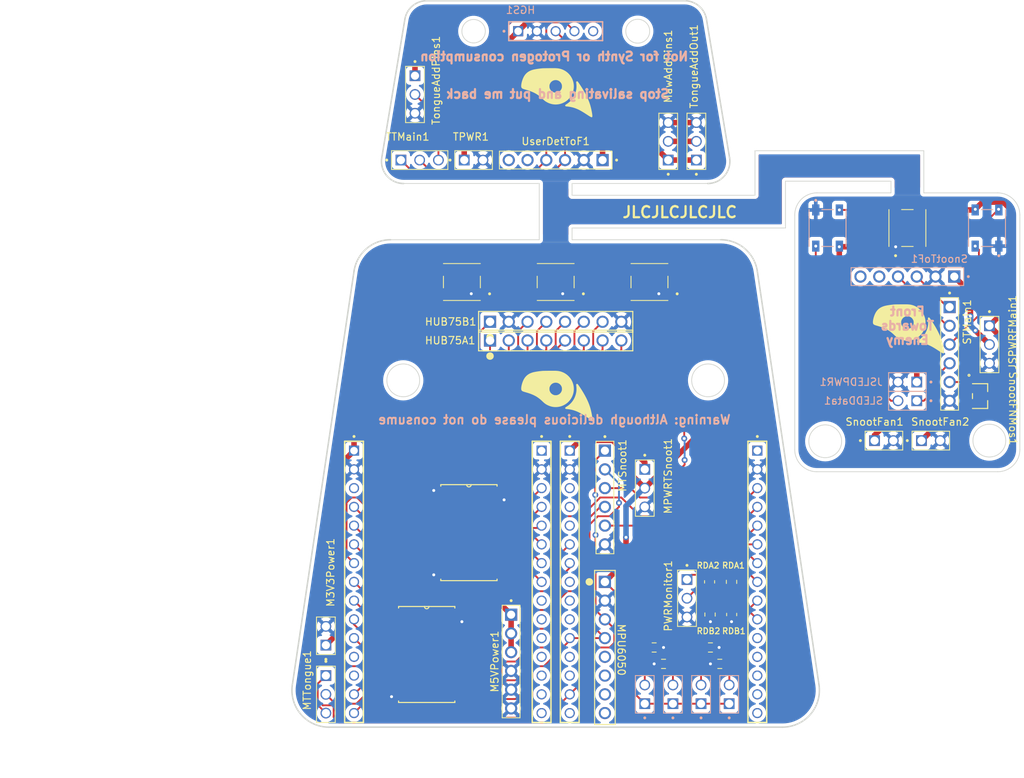
<source format=kicad_pcb>
(kicad_pcb (version 20221018) (generator pcbnew)
  (layers (0 "F.Cu" signal) (31 "B.Cu" signal) (34 "B.Paste" user) (35 "F.Paste" user) (36 "B.SilkS" user "B.Silkscreen") (37 "F.SilkS" user "F.Silkscreen") (38 "B.Mask" user) (39 "F.Mask" user) (44 "Edge.Cuts" user))
  (net 0 "")
  (net 1 "/M3V3")
  (net 2 "GND")
  (net 3 "/HUBR0")
  (net 4 "/HUBG0")
  (net 5 "/HUBB0")
  (net 6 "/MUART0")
  (net 7 "/MUART1")
  (net 8 "/HUBR1")
  (net 9 "/HUBG1")
  (net 10 "/HUBB1")
  (net 11 "/HUBOE")
  (net 14 "/HUBLAT")
  (net 15 "/HUBCLK")
  (net 22 "/MSDA")
  (net 25 "/MSCL")
  (net 28 "/ADDLED")
  (net 29 "/MFAN")
  (net 30 "/DR0")
  (net 31 "/DB0")
  (net 32 "/DR1")
  (net 33 "/DB1")
  (net 39 "/HUBA")
  (net 40 "/HUBB")
  (net 41 "/HUBC")
  (net 42 "/HUBD")
  (net 43 "/HUBE")
  (net 53 "/T3V3")
  (net 54 "/TSCL")
  (net 55 "/TSDA")
  (net 57 "Net-(MainIndi1-DOUT)")
  (net 58 "/MSnootAddLED")
  (net 59 "/M5V")
  (net 60 "Net-(MainIndi2-DOUT)")
  (net 61 "/FADDLED")
  (net 62 "Net-(MawAddPins1-Pad02)")
  (net 63 "/Cell1V")
  (net 68 "Net-(SnootFNMos1-S)")
  (net 69 "/S5V")
  (net 70 "Net-(SnootIndi1-DOUT)")
  (net 71 "/SFAN")
  (net 72 "Net-(SnootIndi2-DOUT)")
  (net 73 "/SnootAddLED")
  (net 74 "/S3V3")
  (net 75 "/SSCL")
  (net 76 "/SSDA")
  (net 79 "/FSnootAddLED")
  (net 80 "/T5V")
  (net 81 "/TADDLED")
  (net 82 "/DA")
  (net 83 "/DC")
  (net 84 "/DCLK")
  (net 85 "/DOE")
  (net 86 "/DG0")
  (net 87 "/DG1")
  (net 88 "/DE")
  (net 89 "/DB")
  (net 92 "/DD")
  (net 93 "/DLAT")
  (net 94 "/ADDLEDV")
  (net 95 "/FSnootAddLEDOut")
  (net 98 "/MPR1")
  (net 99 "/MPR2")
  (net 100 "/MPR3")
  (net 101 "/MPR4")
  (net 102 "/Cell2V")
  (net 103 "/M8.4V")
  (net 104 "/M4.2V")
  (footprint "2024-06-11_08-37-16:CONN8_61300811121_WRE" (layer "F.Cu") (at 133.6675 125.4125 -90)
    (fp_text reference "MPU6050")
    (fp_text value "61300811121")
  )
  (footprint "RC0805FR-0710KL:RESC2012X60N" (layer "F.Cu") (at 147.8425 125.4125 -90)
    (fp_text reference "RDA2")
    (fp_text value "10K")
  )
  (footprint "61300211121:WURTH_61300211121" (layer "F.Cu") (at 95.885 132.715 90)
    (fp_text reference "M3V3Power1")
    (fp_text value "61300211121")
  )
  (footprint "MTSW-115-07-L-S-135:SAMTEC_MTSW-115-07-L-S-135" (layer "F.Cu") (at 154.305 125.4125 90)
    (fp_text reference "ESP32_2R1" hide)
    (fp_text value "MTSW-115-07-L-S-135")
  )
  (footprint "AO3422:SOT23_AOS" (layer "F.Cu") (at 184.4675 100.24 -90)
    (fp_text reference "SnootFNMos1")
    (fp_text value "DMN1019USN-13")
  )
  (footprint "68000-206HLF:AMPHENOL_68000-206HLF" (layer "F.Cu") (at 120.9675 136.2075 -90)
    (fp_text reference "M5VPower1")
    (fp_text value "68000-206HLF")
  )
  (footprint "61300211121:WURTH_61300211121" (layer "F.Cu") (at 171.45 106.2725)
    (fp_text reference "SnootFan1")
    (fp_text value "61300211121")
  )
  (footprint "Logo:Logo" (layer "F.Cu") (at 127.1625 59.22 180)
    (fp_text reference "G***" hide)
    (fp_text value "LOGO" hide)
  )
  (footprint "61300311121:WURTH_61300311121" (layer "F.Cu") (at 142.24 65.7225 90)
    (fp_text reference "MawAddPins1")
    (fp_text value "61300311121")
  )
  (footprint "1655:LED_1655" (layer "F.Cu") (at 127 84.785 180)
    (fp_text reference "MainIndi2" hide)
    (fp_text value "1655")
  )
  (footprint "Logo:Logo" (layer "F.Cu") (at 127.1625 100.22 180)
    (fp_text reference "G***" hide)
    (fp_text value "LOGO" hide)
  )
  (footprint "MTSW-115-07-L-S-135:SAMTEC_MTSW-115-07-L-S-135" (layer "F.Cu") (at 128.905 125.4125 90)
    (fp_text reference "ESP32_2L1" hide)
    (fp_text value "MTSW-115-07-L-S-135")
  )
  (footprint "61300311121:WURTH_61300311121" (layer "F.Cu") (at 95.885 140.6525 -90)
    (fp_text reference "MTTongue1")
    (fp_text value "61300311121")
  )
  (footprint "61300311121:WURTH_61300311121" (layer "F.Cu") (at 144.78 127.635 -90)
    (fp_text reference "PWRMonitor1")
    (fp_text value "61300311121")
  )
  (footprint "1655:LED_1655" (layer "F.Cu") (at 114.3 84.785 180)
    (fp_text reference "MainIndi3" hide)
    (fp_text value "1655")
  )
  (footprint "MTSW-115-07-L-S-135:SAMTEC_MTSW-115-07-L-S-135" (layer "F.Cu") (at 99.695 125.4125 90)
    (fp_text reference "ESP32_1L1" hide)
    (fp_text value "MTSW-115-07-L-S-135")
  )
  (footprint "2024-06-11_08-37-16:CONN8_61300811121_WRE" (layer "F.Cu") (at 118.11 92.71)
    (fp_text reference "HUB75A1")
    (fp_text value "61300811121")
  )
  (footprint "ERJ6ENF2002V:RES_ERJ6ENF2002V" (layer "F.Cu") (at 147.955 134.3025)
    (fp_text reference "PR3" hide)
    (fp_text value "10K")
  )
  (footprint "68000-206HLF:AMPHENOL_68000-206HLF" (layer "F.Cu") (at 180.34 94.525 -90)
    (fp_text reference "STMain1")
    (fp_text value "68000-206HLF")
  )
  (footprint "ERJ6ENF2002V:RES_ERJ6ENF2002V" (layer "F.Cu") (at 141.605 136.525 180)
    (fp_text reference "PR2" hide)
    (fp_text value "10K")
  )
  (footprint "2024-06-11_08-37-16:CONN8_61300811121_WRE" (layer "F.Cu") (at 118.11 90.17)
    (fp_text reference "HUB75B1")
    (fp_text value "61300811121")
  )
  (footprint "61300311121:WURTH_61300311121" (layer "F.Cu") (at 139.065 112.7125 -90)
    (fp_text reference "MPWRTSnoot1")
    (fp_text value "61300311121")
  )
  (footprint "74HC245D_653:SOIC127P1032X265-20N" (layer "F.Cu") (at 109.5375 135.255)
    (fp_text reference "U1" hide)
    (fp_text value "74HC245D_653")
  )
  (footprint "Logo:Logo" (layer "F.Cu") (at 174.7875 91.22 180)
    (fp_text reference "G***" hide)
    (fp_text value "LOGO" hide)
  )
  (footprint "61300211121:WURTH_61300211121" (layer "F.Cu") (at 115.8875 68.2625)
    (fp_text reference "TPWR1")
    (fp_text value "61300211121")
  )
  (footprint "61300311121:WURTH_61300311121" (layer "F.Cu") (at 108.585 68.2625)
    (fp_text reference "TTMain1")
    (fp_text value "61300311121")
  )
  (footprint "RC0805FR-0710KL:RESC2012X60N" (layer "F.Cu") (at 150.8325 129.8375 -90)
    (fp_text reference "RDB1")
    (fp_text value "10K")
  )
  (footprint "74HC245D_653:SOIC127P1032X265-20N" (layer "F.Cu") (at 115.2525 118.745)
    (fp_text reference "U2" hide)
    (fp_text value "74HC245D_653")
  )
  (footprint "68000-206HLF:AMPHENOL_68000-206HLF" (layer "F.Cu") (at 127 68.2625 180)
    (fp_text reference "UserDetToF1")
    (fp_text value "68000-206HLF")
  )
  (footprint "61300311121:WURTH_61300311121" (layer "F.Cu") (at 185.7375 93.255 -90)
    (fp_text reference "JSPWRFMain1")
    (fp_text value "61300311121")
  )
  (footprint "1655:LED_1655" (layer "F.Cu") (at 174.625 77.47 90)
    (fp_text reference "SnootIndi2" hide)
    (fp_text value "1655" hide)
  )
  (footprint "CRCW08055K00JNTA:RESC2012X50N" (layer "F.Cu") (at 150.8125 125.4125 -90)
    (fp_text reference "RDA1")
    (fp_text value "5K")
  )
  (footprint "1655:LED_1655" (layer "F.Cu") (at 139.7 84.785 180)
    (fp_text reference "MainIndi1" hide)
    (fp_text value "1655")
  )
  (footprint "MTSW-115-07-L-S-135:SAMTEC_MTSW-115-07-L-S-135" (layer "F.Cu") (at 125.095 125.4125 90)
    (fp_text reference "ESP32_RL1" hide)
    (fp_text value "MTSW-115-07-L-S-135")
  )
  (footprint "68000-206HLF:AMPHENOL_68000-206HLF" (layer "F.Cu") (at 133.6675 113.9825 -90)
    (fp_text reference "MTSnoot1")
    (fp_text value "68000-206HLF")
  )
  (footprint "ERJ6ENF2002V:RES_ERJ6ENF2002V" (layer "F.Cu") (at 140.335 134.3025)
    (fp_text reference "PR1" hide)
    (fp_text value "10K")
  )
  (footprint "61300311121:WURTH_61300311121" (layer "F.Cu") (at 146.05 65.7225 90)
    (fp_text reference "TongueAddOut1")
    (fp_text value "61300311121")
  )
  (footprint "61300311121:WURTH_61300311121" (layer "F.Cu") (at 107.95 59.3725 -90)
    (fp_text reference "TongueAddPins1")
    (fp_text value "61300311121")
  )
  (footprint "CRCW08055K00JNTA:RESC2012X50N" (layer "F.Cu") (at 147.9025 129.8375 -90)
    (fp_text reference "RDB2")
    (fp_text value "5K")
  )
  (footprint "61300211121:WURTH_61300211121" (layer "F.Cu") (at 177.8 106.2725)
    (fp_text reference "SnootFan2")
    (fp_text value "61300211121")
  )
  (footprint "ERJ6ENF2002V:RES_ERJ6ENF2002V" (layer "F.Cu") (at 149.225 136.525 180)
    (fp_text reference "PR4" hide)
    (fp_text value "10K")
  )
  (footprint "68000-206HLF:AMPHENOL_68000-206HLF" (layer "B.Cu") (at 174.625 84.0475 180)
    (fp_text reference "SnootToF1")
    (fp_text value "68000-206HLF" hide)
  )
  (footprint "61300211121:WURTH_61300211121" (layer "B.Cu") (at 142.875 140.6525 90)
    (fp_text reference "PRP2" hide)
    (fp_text value "61300211121" hide)
  )
  (footprint "1655:LED_1655" (layer "B.Cu") (at 163.8175 77.47 -90)
    (fp_text reference "SnootIndi3" hide)
    (fp_text value "1655" hide)
  )
  (footprint "61300211121:WURTH_61300211121" (layer "B.Cu") (at 139.065 140.6525 90)
    (fp_text reference "PRP1" hide)
    (fp_text value "61300211121" hide)
  )
  (footprint "1655:LED_1655" (layer "B.Cu") (at 185.4075 77.47 90)
    (fp_text reference "SnootIndi1" hide)
    (fp_text value "1655" hide)
  )
  (footprint "61300211121:WURTH_61300211121" (layer "B.Cu") (at 150.495 140.6525 90)
    (fp_text reference "PRP4" hide)
    (fp_text value "61300211121" hide)
  )
  (footprint "TSW-105-07-F-S:SAMTEC_TSW-105-07-F-S" (layer "B.Cu") (at 127 50.8)
    (fp_text reference "HGS1")
    (fp_text value "TSW-105-07-F-S" hide)
  )
  (footprint "61300211121:WURTH_61300211121" (layer "B.Cu") (at 174.625 98.335 180)
    (fp_text reference "JSLEDPWR1")
    (fp_text value "61300211121" hide)
  )
  (footprint "61300211121:WURTH_61300211121" (layer "B.Cu") (at 174.625 100.875 180)
    (fp_text reference "SLEDData1")
    (fp_text value "61300211121" hide)
  )
  (footprint "61300211121:WURTH_61300211121" (layer "B.Cu") (at 146.685 140.6525 90)
    (fp_text reference "PRP3" hide)
    (fp_text value "61300211121" hide)
  )
  (gr_arc (start 149.359966 79.0575) (mid 152.624529 80.270334) (end 154.305343 83.320449) (stroke (width 0.2)) (layer "Edge.Cuts"))
  (gr_line (start 147.420301 49.179303) (end 150.547801 67.944303) (stroke (width 0.2)) (layer "Edge.Cuts"))
  (gr_line (start 153.9875 66.9925) (end 176.8475 66.9925) (stroke (width 0.1)) (layer "Edge.Cuts"))
  (gr_arc (start 186.8525 72.7075) (mid 188.97382 73.58618) (end 189.8525 75.7075) (stroke (width 0.1)) (layer "Edge.Cuts"))
  (gr_circle (center 147.6375 98.1075) (end 147.6375 95.885) (stroke (width 0.1)) (fill none) (layer "Edge.Cuts"))
  (gr_line (start 106.579699 49.179303) (end 103.452199 67.944303) (stroke (width 0.2)) (layer "Edge.Cuts"))
  (gr_circle (center 115.8875 50.8) (end 115.8875 49.2125) (stroke (width 0.1)) (fill none) (layer "Edge.Cuts"))
  (gr_line (start 124.7775 79.0575) (end 104.640034 79.0575) (stroke (width 0.1)) (layer "Edge.Cuts"))
  (gr_line (start 129.2225 73.025) (end 129.2225 71.4375) (stroke (width 0.1)) (layer "Edge.Cuts"))
  (gr_arc (start 106.411381 71.4375) (mid 104.122321 70.376625) (end 103.452199 67.944303) (stroke (width 0.2)) (layer "Edge.Cuts"))
  (gr_line (start 158.115 71.12) (end 172.4025 71.12) (stroke (width 0.1)) (layer "Edge.Cuts"))
  (gr_line (start 96.287918 145.0975) (end 157.712082 145.0975) (stroke (width 0.2)) (layer "Edge.Cuts"))
  (gr_arc (start 162.657459 139.360449) (mid 161.499248 143.362063) (end 157.712082 145.0975) (stroke (width 0.2)) (layer "Edge.Cuts"))
  (gr_circle (center 138.1125 50.8) (end 138.43 49.2125) (stroke (width 0.1)) (fill none) (layer "Edge.Cuts"))
  (gr_line (start 172.4025 72.7075) (end 172.4025 71.12) (stroke (width 0.1)) (layer "Edge.Cuts"))
  (gr_line (start 124.7775 71.4375) (end 124.7775 79.0575) (stroke (width 0.1)) (layer "Edge.Cuts"))
  (gr_arc (start 159.3725 75.7075) (mid 160.25118 73.58618) (end 162.3725 72.7075) (stroke (width 0.1)) (layer "Edge.Cuts"))
  (gr_arc (start 144.461119 46.6725) (mid 146.400244 47.38344) (end 147.420301 49.179303) (stroke (width 0.2)) (layer "Edge.Cuts"))
  (gr_arc (start 162.3725 110.49) (mid 160.25118 109.61132) (end 159.3725 107.49) (stroke (width 0.1)) (layer "Edge.Cuts"))
  (gr_line (start 109.538881 46.6725) (end 144.461119 46.6725) (stroke (width 0.2)) (layer "Edge.Cuts"))
  (gr_circle (center 163.5 106.3625) (end 163.5 104.14) (stroke (width 0.1)) (fill none) (layer "Edge.Cuts"))
  (gr_line (start 129.2225 73.025) (end 153.9875 73.025) (stroke (width 0.1)) (layer "Edge.Cuts"))
  (gr_line (start 129.2225 77.47) (end 158.115 77.47) (stroke (width 0.1)) (layer "Edge.Cuts"))
  (gr_line (start 149.359966 79.0575) (end 129.2225 79.0575) (stroke (width 0.1)) (layer "Edge.Cuts"))
  (gr_line (start 99.694657 83.320449) (end 91.342541 139.360449) (stroke (width 0.2)) (layer "Edge.Cuts"))
  (gr_line (start 176.8475 72.7075) (end 176.8475 66.9925) (stroke (width 0.1)) (layer "Edge.Cuts"))
  (gr_line (start 106.411381 71.4375) (end 124.7775 71.4375) (stroke (width 0.1)) (layer "Edge.Cuts"))
  (gr_arc (start 189.8525 107.49) (mid 188.97382 109.61132) (end 186.8525 110.49) (stroke (width 0.1)) (layer "Edge.Cuts"))
  (gr_arc (start 96.287918 145.0975) (mid 92.500752 143.362063) (end 91.342541 139.360449) (stroke (width 0.2)) (layer "Edge.Cuts"))
  (gr_circle (center 106.3625 98.1075) (end 106.3625 95.885) (stroke (width 0.1)) (fill none) (layer "Edge.Cuts"))
  (gr_line (start 129.2225 77.47) (end 129.2225 79.0575) (stroke (width 0.1)) (layer "Edge.Cuts"))
  (gr_line (start 189.8525 75.7075) (end 189.8525 107.49) (stroke (width 0.1)) (layer "Edge.Cuts"))
  (gr_circle (center 185.725 106.2725) (end 185.725 104.05) (stroke (width 0.1)) (fill none) (layer "Edge.Cuts"))
  (gr_line (start 153.9875 73.025) (end 153.9875 66.9925) (stroke (width 0.1)) (layer "Edge.Cuts"))
  (gr_arc (start 99.694657 83.320449) (mid 101.375471 80.270334) (end 104.640034 79.0575) (stroke (width 0.2)) (layer "Edge.Cuts"))
  (gr_line (start 158.115 77.47) (end 158.115 71.12) (stroke (width 0.1)) (layer "Edge.Cuts"))
  (gr_line (start 186.8525 110.49) (end 162.3725 110.49) (stroke (width 0.1)) (layer "Edge.Cuts"))
  (gr_line (start 159.3725 107.49) (end 159.3725 75.7075) (stroke (width 0.1)) (layer "Edge.Cuts"))
  (gr_line (start 176.8475 72.7075) (end 186.8525 72.7075) (stroke (width 0.1)) (layer "Edge.Cuts"))
  (gr_line (start 154.305343 83.320449) (end 162.657459 139.360449) (stroke (width 0.2)) (layer "Edge.Cuts"))
  (gr_line (start 129.2225 71.4375) (end 147.588619 71.4375) (stroke (width 0.1)) (layer "Edge.Cuts"))
  (gr_arc (start 106.579699 49.179303) (mid 107.599756 47.38344) (end 109.538881 46.6725) (stroke (width 0.2)) (layer "Edge.Cuts"))
  (gr_arc (start 150.547801 67.944303) (mid 149.877679 70.376625) (end 147.588619 71.4375) (stroke (width 0.2)) (layer "Edge.Cuts"))
  (gr_line (start 162.3725 72.7075) (end 172.4025 72.7075) (stroke (width 0.1)) (layer "Edge.Cuts"))
  (gr_text "Not for Synth or Protogen consumption" (at 145.0975 54.9275) (layer "B.SilkS") (effects (font (size 1.2 1.2) (thickness 0.3) bold) (justify left bottom mirror)))
  (gr_text "Front\nTowards\nEnemy" (at 174.625 93.345) (layer "B.SilkS") (effects (font (size 1.2 1.2) (thickness 0.3) bold) (justify bottom mirror)))
  (gr_text "Stop salivating and put me back" (at 142.5575 60.0075) (layer "B.SilkS") (effects (font (size 1.2 1.2) (thickness 0.3) bold) (justify left bottom mirror)))
  (gr_text "Warning: Although delicious please do not consume" (at 150.8125 104.14) (layer "B.SilkS") (effects (font (size 1.2 1.2) (thickness 0.25) bold) (justify left bottom mirror)))
  (gr_text "JLCJLCJLCJLC" (at 135.89 76.2) (layer "F.SilkS") (effects (font (size 1.5 1.5) (thickness 0.3) bold) (justify left bottom)))
  (segment (start 135.5725 138.43) (end 135.5725 127.3175) (width 0.25) (layer "F.Cu") (net 1))
  (segment (start 137.4775 111.125) (end 139.065 112.7125) (width 0.75) (layer "F.Cu") (net 1))
  (segment (start 99.695 92.358413) (end 112.043413 80.01) (width 0.75) (layer "F.Cu") (net 1))
  (segment (start 139.065 141.9225) (end 135.5725 138.43) (width 0.25) (layer "F.Cu") (net 1))
  (segment (start 136.525 122.555) (end 136.525 119.38) (width 0.75) (layer "F.Cu") (net 1))
  (segment (start 99.695 107.6325) (end 97.535 109.7925) (width 0.75) (layer "F.Cu") (net 1))
  (segment (start 151.13 100.6475) (end 139.065 112.7125) (width 0.75) (layer "F.Cu") (net 1))
  (segment (start 130.305 106.2325) (end 134.730674 106.2325) (width 0.75) (layer "F.Cu") (net 1))
  (segment (start 150.495 141.9225) (end 139.065 141.9225) (width 0.25) (layer "F.Cu") (net 1))
  (segment (start 97.535 109.7925) (end 97.535 132.335) (width 0.75) (layer "F.Cu") (net 1))
  (segment (start 151.13 86.36) (end 151.13 100.6475) (width 0.75) (layer "F.Cu") (net 1))
  (segment (start 97.535 132.335) (end 95.885 133.985) (width 0.75) (layer "F.Cu") (net 1))
  (segment (start 99.695 107.6325) (end 99.695 92.358413) (width 0.75) (layer "F.Cu") (net 1))
  (segment (start 128.905 107.6325) (end 130.305 106.2325) (width 0.75) (layer "F.Cu") (net 1))
  (segment (start 144.78 80.01) (end 151.13 86.36) (width 0.75) (layer "F.Cu") (net 1))
  (segment (start 133.6675 125.4125) (end 136.525 122.555) (width 0.75) (layer "F.Cu") (net 1))
  (segment (start 135.5725 127.3175) (end 133.6675 125.4125) (width 0.25) (layer "F.Cu") (net 1))
  (segment (start 112.043413 80.01) (end 144.78 80.01) (width 0.75) (layer "F.Cu") (net 1))
  (segment (start 134.730674 106.2325) (end 137.4775 108.979326) (width 0.75) (layer "F.Cu") (net 1))
  (segment (start 137.4775 108.979326) (end 137.4775 111.125) (width 0.75) (layer "F.Cu") (net 1))
  (via (at 136.525 119.38) (size 0.8) (drill 0.4) (layers "F.Cu" "B.Cu") (net 1))
  (segment (start 136.525 119.38) (end 136.525 115.133359) (width 0.75) (layer "B.Cu") (net 1))
  (segment (start 136.525 115.133359) (end 138.945859 112.7125) (width 0.75) (layer "B.Cu") (net 1))
  (segment (start 138.945859 112.7125) (end 139.065 112.7125) (width 0.75) (layer "B.Cu") (net 1))
  (segment (start 142.15 86.385) (end 140.9825 86.385) (width 0.25) (layer "F.Cu") (net 2))
  (segment (start 110.4773 113.03) (end 110.49 113.03) (width 0.25) (layer "F.Cu") (net 2))
  (segment (start 173.025 79.92) (end 173.025 79.9975) (width 0.25) (layer "F.Cu") (net 2))
  (segment (start 147.9025 130.8375) (end 147.9275 130.8375) (width 0.25) (layer "F.Cu") (net 2))
  (segment (start 127.965 86.385) (end 127.9525 86.3725) (width 0.25) (layer "F.Cu") (net 2))
  (segment (start 104.7623 140.97) (end 104.775 140.97) (width 0.25) (layer "F.Cu") (net 2))
  (segment (start 116.75 86.385) (end 115.5825 86.385) (width 0.25) (layer "F.Cu") (net 2))
  (segment (start 142.24 63.1825) (end 146.05 63.1825) (width 0.75) (layer "F.Cu") (net 2))
  (segment (start 173.025 79.9975) (end 173.0375 80.01) (width 0.25) (layer "F.Cu") (net 2))
  (segment (start 110.4773 124.46) (end 110.49 124.46) (width 0.25) (layer "F.Cu") (net 2))
  (segment (start 114.3127 130.81) (end 114.3 130.81) (width 0.25) (layer "F.Cu") (net 2))
  (segment (start 148.05 136.525) (end 147.955 136.525) (width 0.25) (layer "F.Cu") (net 2))
  (segment (start 141.51 134.3025) (end 141.605 134.3025) (width 0.25) (layer "F.Cu") (net 2))
  (segment (start 140.9825 86.385) (end 140.97 86.3725) (width 0.25) (layer "F.Cu") (net 2))
  (segment (start 149.225 134.3025) (end 149.13 134.3025) (width 0.25) (layer "F.Cu") (net 2))
  (segment (start 140.43 136.525) (end 140.335 136.525) (width 0.25) (layer "F.Cu") (net 2))
  (segment (start 150.83 130.7925) (end 150.8125 130.81) (width 0.25) (layer "F.Cu") (net 2))
  (segment (start 147.9275 130.8375) (end 147.955 130.81) (width 0.25) (layer "F.Cu") (net 2))
  (segment (start 129.45 86.385) (end 127.965 86.385) (width 0.25) (layer "F.Cu") (net 2))
  (segment (start 115.5825 86.385) (end 115.57 86.3725) (width 0.25) (layer "F.Cu") (net 2))
  (segment (start 150.8325 130.7925) (end 150.83 130.7925) (width 0.25) (layer "F.Cu") (net 2))
  (segment (start 120.0277 114.3) (end 120.015 114.3) (width 0.25) (layer "F.Cu") (net 2))
  (via (at 114.3 130.81) (size 0.8) (drill 0.4) (layers "F.Cu" "B.Cu") (net 2))
  (via (at 140.97 86.3725) (size 0.8) (drill 0.4) (layers "F.Cu" "B.Cu") (net 2))
  (via (at 127.9525 86.3725) (size 0.8) (drill 0.4) (layers "F.Cu" "B.Cu") (net 2))
  (via (at 110.49 124.46) (size 0.8) (drill 0.4) (layers "F.Cu" "B.Cu") (net 2))
  (via (at 149.13 134.3025) (size 0.8) (drill 0.4) (layers "F.Cu" "B.Cu") (net 2))
  (via (at 104.775 140.97) (size 0.8) (drill 0.4) (layers "F.Cu" "B.Cu") (net 2))
  (via (at 150.8125 130.81) (size 0.8) (drill 0.4) (layers "F.Cu" "B.Cu") (net 2))
  (via (at 141.605 134.3025) (size 0.8) (drill 0.4) (layers "F.Cu" "B.Cu") (net 2))
  (via (at 140.335 136.525) (size 0.8) (drill 0.4) (layers "F.Cu" "B.Cu") (net 2))
  (via (at 173.0375 80.01) (size 0.8) (drill 0.4) (layers "F.Cu" "B.Cu") (net 2))
  (via (at 147.955 136.525) (size 0.8) (drill 0.4) (layers "F.Cu" "B.Cu") (net 2))
  (via (at 110.49 113.03) (size 0.8) (drill 0.4) (layers "F.Cu" "B.Cu") (net 2))
  (via (at 147.955 130.81) (size 0.8) (drill 0.4) (layers "F.Cu" "B.Cu") (net 2))
  (via (at 120.015 114.3) (size 0.8) (drill 0.4) (layers "F.Cu" "B.Cu") (net 2))
  (via (at 115.57 86.3725) (size 0.8) (drill 0.4) (layers "F.Cu" "B.Cu") (net 2))
  (segment (start 122.8725 120.65) (end 125.095 122.8725) (width 0.25) (layer "F.Cu") (net 3))
  (segment (start 120.0277 120.65) (end 122.8725 120.65) (width 0.25) (layer "F.Cu") (net 3))
  (segment (start 121.6025 121.92) (end 125.095 125.4125) (width 0.25) (layer "F.Cu") (net 4))
  (segment (start 125.095 125.4125) (end 124.93625 125.25375) (width 0.25) (layer "F.Cu") (net 4))
  (segment (start 120.0277 121.92) (end 121.6025 121.92) (width 0.25) (layer "F.Cu") (net 4))
  (segment (start 120.0277 119.38) (end 124.1425 119.38) (width 0.25) (layer "F.Cu") (net 5))
  (segment (start 124.1425 119.38) (end 125.095 120.3325) (width 0.25) (layer "F.Cu") (net 5))
  (segment (start 122.925 137.425) (end 122.925 132.6625) (width 0.25) (layer "F.Cu") (net 6))
  (segment (start 116.7075 142.3725) (end 120.3325 138.7475) (width 0.25) (layer "F.Cu") (net 6))
  (segment (start 102.055 131.00072) (end 103.76928 132.715) (width 0.25) (layer "F.Cu") (net 6))
  (segment (start 127.635 124.7775) (end 128.905 123.5075) (width 0.25) (layer "F.Cu") (net 6))
  (segment (start 102.055 122.6925) (end 102.055 131.00072) (width 0.25) (layer "F.Cu") (net 6))
  (segment (start 111.4425 138.40218) (end 111.4425 140.97) (width 0.25) (layer "F.Cu") (net 6))
  (segment (start 127.185 127.448604) (end 127.635 126.998604) (width 0.25) (layer "F.Cu") (net 6))
  (segment (start 127.635 126.998604) (end 127.635 124.7775) (width 0.25) (layer "F.Cu") (net 6))
  (segment (start 126.0475 131.7625) (end 127.185 130.625) (width 0.25) (layer "F.Cu") (net 6))
  (segment (start 120.3325 138.7475) (end 121.6025 138.7475) (width 0.25) (layer "F.Cu") (net 6))
  (segment (start 103.76928 132.715) (end 105.75532 132.715) (width 0.25) (layer "F.Cu") (net 6))
  (segment (start 105.75532 132.715) (end 111.4425 138.40218) (width 0.25) (layer "F.Cu") (net 6))
  (segment (start 122.925 132.6625) (end 123.825 131.7625) (width 0.25) (layer "F.Cu") (net 6))
  (segment (start 99.695 120.3325) (end 102.055 122.6925) (width 0.25) (layer "F.Cu") (net 6))
  (segment (start 128.905 123.5075) (end 128.905 122.8725) (width 0.25) (layer "F.Cu") (net 6))
  (segment (start 123.825 131.7625) (end 126.0475 131.7625) (width 0.25) (layer "F.Cu") (net 6))
  (segment (start 112.845 142.3725) (end 116.7075 142.3725) (width 0.25) (layer "F.Cu") (net 6))
  (segment (start 121.6025 138.7475) (end 122.925 137.425) (width 0.25) (layer "F.Cu") (net 6))
  (segment (start 111.4425 140.97) (end 112.845 142.3725) (width 0.25) (layer "F.Cu") (net 6))
  (segment (start 127.185 130.625) (end 127.185 127.448604) (width 0.25) (layer "F.Cu") (net 6))
  (segment (start 119.6975 136.8425) (end 120.3325 136.2075) (width 0.25) (layer "F.Cu") (net 7))
  (segment (start 103.4525 129.85822) (end 103.72598 130.1317) (width 0.25) (layer "F.Cu") (net 7))
  (segment (start 99.695 122.8725) (end 98.685 121.8625) (width 0.25) (layer "F.Cu") (net 7))
  (segment (start 119.6975 138.746802) (end 119.6975 136.8425) (width 0.25) (layer "F.Cu") (net 7))
  (segment (start 111.8925 140.783604) (end 113.031396 141.9225) (width 0.25) (layer "F.Cu") (net 7))
  (segment (start 122.475 130.255) (end 123.5075 129.2225) (width 0.25) (layer "F.Cu") (net 7))
  (segment (start 126.735 128.535) (end 126.735 127.262208) (width 0.25) (layer "F.Cu") (net 7))
  (segment (start 99.3775 113.9825) (end 100.090794 113.9825) (width 0.25) (layer "F.Cu") (net 7))
  (segment (start 111.8925 136.0225) (end 111.8925 140.783604) (width 0.25) (layer "F.Cu") (net 7))
  (segment (start 100.090794 113.9825) (end 103.4525 117.344206) (width 0.25) (layer "F.Cu") (net 7))
  (segment (start 121.621124 136.2075) (end 122.475 135.353624) (width 0.25) (layer "F.Cu") (net 7))
  (segment (start 106.0017 130.1317) (end 111.8925 136.0225) (width 0.25) (layer "F.Cu") (net 7))
  (segment (start 127.185 122.0525) (end 128.905 120.3325) (width 0.25) (layer "F.Cu") (net 7))
  (segment (start 98.685 114.675) (end 99.3775 113.9825) (width 0.25) (layer "F.Cu") (net 7))
  (segment (start 127.185 126.812208) (end 127.185 122.0525) (width 0.25) (layer "F.Cu") (net 7))
  (segment (start 103.4525 117.344206) (end 103.4525 129.85822) (width 0.25) (layer "F.Cu") (net 7))
  (segment (start 123.5075 129.2225) (end 126.0475 129.2225) (width 0.25) (layer "F.Cu") (net 7))
  (segment (start 116.521802 141.9225) (end 119.6975 138.746802) (width 0.25) (layer "F.Cu") (net 7))
  (segment (start 126.735 127.262208) (end 127.185 126.812208) (width 0.25) (layer "F.Cu") (net 7))
  (segment (start 126.0475 129.2225) (end 126.735 128.535) (width 0.25) (layer "F.Cu") (net 7))
  (segment (start 113.031396 141.9225) (end 116.521802 141.9225) (width 0.25) (layer "F.Cu") (net 7))
  (segment (start 120.3325 136.2075) (end 121.621124 136.2075) (width 0.25) (layer "F.Cu") (net 7))
  (segment (start 122.475 135.353624) (end 122.475 130.255) (width 0.25) (layer "F.Cu") (net 7))
  (segment (start 98.685 121.8625) (end 98.685 114.675) (width 0.25) (layer "F.Cu") (net 7))
  (segment (start 103.72598 130.1317) (end 106.0017 130.1317) (width 0.25) (layer "F.Cu") (net 7))
  (segment (start 123.5075 116.84) (end 120.0277 116.84) (width 0.25) (layer "F.Cu") (net 8))
  (segment (start 125.095 115.2525) (end 123.5075 116.84) (width 0.25) (layer "F.Cu") (net 8))
  (segment (start 120.0277 118.11) (end 124.7775 118.11) (width 0.25) (layer "F.Cu") (net 9))
  (segment (start 124.7775 118.11) (end 125.095 117.7925) (width 0.25) (layer "F.Cu") (net 9))
  (segment (start 99.695 125.4125) (end 101.605 127.3225) (width 0.25) (layer "F.Cu") (net 10))
  (segment (start 101.605 127.3225) (end 101.605 131.43095) (width 0.25) (layer "F.Cu") (net 10))
  (segment (start 101.605 131.43095) (end 103.52405 133.35) (width 0.25) (layer "F.Cu") (net 10))
  (segment (start 103.52405 133.35) (end 104.7623 133.35) (width 0.25) (layer "F.Cu") (net 10))
  (segment (start 103.1875 139.7) (end 104.7623 139.7) (width 0.25) (layer "F.Cu") (net 11))
  (segment (start 99.695 143.1925) (end 103.1875 139.7) (width 0.25) (layer "F.Cu") (net 11))
  (segment (start 99.695 133.0325) (end 103.8225 137.16) (width 0.25) (layer "F.Cu") (net 14))
  (segment (start 103.8225 137.16) (end 104.7623 137.16) (width 0.25) (layer "F.Cu") (net 14))
  (segment (start 99.695 140.6525) (end 101.9175 138.43) (width 0.25) (layer "F.Cu") (net 15))
  (segment (start 101.9175 138.43) (end 104.7623 138.43) (width 0.25) (layer "F.Cu") (net 15))
  (segment (start 112.7125 143.8275) (end 107.95 139.065) (width 0.25) (layer "F.Cu") (net 22))
  (segment (start 121.621124 143.8275) (end 112.7125 143.8275) (width 0.25) (layer "F.Cu") (net 22))
  (segment (start 133.6675 133.0325) (end 131.5775 130.9425) (width 0.25) (layer "F.Cu") (net 22))
  (segment (start 125.4125 136.8425) (end 124.46 136.8425) (width 0.25) (layer "F.Cu") (net 22))
  (segment (start 132.715 116.5225) (end 134.3025 116.5225) (width 0.25) (layer "F.Cu") (net 22))
  (segment (start 128.905 133.0325) (end 128.905 133.35) (width 0.25) (layer "F.Cu") (net 22))
  (segment (start 131.5775 117.66) (end 132.715 116.5225) (width 0.25) (layer "F.Cu") (net 22))
  (segment (start 97.155 141.9225) (end 95.885 140.6525) (width 0.25) (layer "F.Cu") (net 22))
  (segment (start 128.905 133.35) (end 125.4125 136.8425) (width 0.25) (layer "F.Cu") (net 22))
  (segment (start 123.825 141.623624) (end 121.621124 143.8275) (width 0.25) (layer "F.Cu") (net 22))
  (segment (start 131.5775 130.9425) (end 131.5775 117.66) (width 0.25) (layer "F.Cu") (net 22))
  (segment (start 100.0125 141.9225) (end 97.155 141.9225) (width 0.25) (layer "F.Cu") (net 22))
  (segment (start 134.3025 116.5225) (end 135.5725 115.2525) (width 0.25) (layer "F.Cu") (net 22))
  (segment (start 102.87 139.065) (end 100.0125 141.9225) (width 0.25) (layer "F.Cu") (net 22))
  (segment (start 124.46 136.8425) (end 123.825 137.4775) (width 0.25) (layer "F.Cu") (net 22))
  (segment (start 107.95 139.065) (end 102.87 139.065) (width 0.25) (layer "F.Cu") (net 22))
  (segment (start 123.825 137.4775) (end 123.825 141.623624) (width 0.25) (layer "F.Cu") (net 22))
  (segment (start 133.6675 133.0325) (end 128.905 133.0325) (width 0.25) (layer "F.Cu") (net 22))
  (segment (start 135.5725 115.2525) (end 135.5725 114.707) (width 0.25) (layer "F.Cu") (net 22))
  (via (at 135.5725 114.707) (size 0.8) (drill 0.4) (layers "F.Cu" "B.Cu") (net 22))
  (segment (start 135.5725 114.707) (end 135.5725 112.0775) (width 0.25) (layer "B.Cu") (net 22))
  (segment (start 135.5725 112.0775) (end 133.6675 110.1725) (width 0.25) (layer "B.Cu") (net 22))
  (segment (start 132.361451 108.938549) (end 133.6675 107.6325) (width 0.25) (layer "F.Cu") (net 25))
  (segment (start 97.6775 144.4725) (end 125.72 144.4725) (width 0.25) (layer "F.Cu") (net 25))
  (segment (start 127 143.1925) (end 127 142.5575) (width 0.25) (layer "F.Cu") (net 25))
  (segment (start 134.9375 133.6675) (end 134.3025 134.3025) (width 0.25) (layer "F.Cu") (net 25))
  (segment (start 130.4925 139.065) (end 128.905 140.6525) (width 0.25) (layer "F.Cu") (net 25))
  (segment (start 132.3975 120.9675) (end 132.3975 119.0625) (width 0.25) (layer "F.Cu") (net 25))
  (segment (start 134.3025 134.3025) (end 132.715 134.3025) (width 0.25) (layer "F.Cu") (net 25))
  (segment (start 132.361451 113.628951) (end 132.361451 108.938549) (width 0.25) (layer "F.Cu") (net 25))
  (segment (start 132.3975 129.2225) (end 132.3975 120.9675) (width 0.25) (layer "F.Cu") (net 25))
  (segment (start 125.72 144.4725) (end 127 143.1925) (width 0.25) (layer "F.Cu") (net 25))
  (segment (start 95.885 138.1125) (end 94.774448 139.223052) (width 0.25) (layer "F.Cu") (net 25))
  (segment (start 95.471396 142.1425) (end 96.72 142.1425) (width 0.25) (layer "F.Cu") (net 25))
  (segment (start 130.4925 136.525) (end 130.4925 139.065) (width 0.25) (layer "F.Cu") (net 25))
  (segment (start 94.774448 141.445552) (end 95.471396 142.1425) (width 0.25) (layer "F.Cu") (net 25))
  (segment (start 134.9375 131.7625) (end 134.9375 133.6675) (width 0.25) (layer "F.Cu") (net 25))
  (segment (start 133.6675 130.4925) (end 134.9375 131.7625) (width 0.25) (layer "F.Cu") (net 25))
  (segment (start 127 142.5575) (end 128.905 140.6525) (width 0.25) (layer "F.Cu") (net 25))
  (segment (start 96.935 142.3575) (end 96.935 143.73) (width 0.25) (layer "F.Cu") (net 25))
  (segment (start 133.6675 130.4925) (end 132.3975 129.2225) (width 0.25) (layer "F.Cu") (net 25))
  (segment (start 94.774448 139.223052) (end 94.774448 141.445552) (width 0.25) (layer "F.Cu") (net 25))
  (segment (start 96.72 142.1425) (end 96.935 142.3575) (width 0.25) (layer "F.Cu") (net 25))
  (segment (start 132.715 134.3025) (end 130.4925 136.525) (width 0.25) (layer "F.Cu") (net 25))
  (segment (start 96.935 143.73) (end 97.6775 144.4725) (width 0.25) (layer "F.Cu") (net 25))
  (via (at 132.3975 119.0625) (size 0.8) (drill 0.4) (layers "F.Cu" "B.Cu") (net 25))
  (via (at 132.361451 113.628951) (size 0.8) (drill 0.4) (layers "F.Cu" "B.Cu") (net 25))
  (segment (start 132.3975 119.0625) (end 132.3975 114.3) (width 0.25) (layer "B.Cu") (net 25))
  (segment (start 132.3975 113.665) (end 132.361451 113.628951) (width 0.25) (layer "B.Cu") (net 25))
  (segment (start 132.3975 114.3) (end 132.3975 113.665) (width 0.25) (layer "B.Cu") (net 25))
  (segment (start 126.365 118.4275) (end 128.27 116.5225) (width 0.25) (layer "F.Cu") (net 28))
  (segment (start 128.27 116.5225) (end 130.4925 116.5225) (width 0.25) (layer "F.Cu") (net 28))
  (segment (start 120.9675 123.19) (end 124.46 126.6825) (width 0.25) (layer "F.Cu") (net 28))
  (segment (start 130.4925 116.5225) (end 133.033 113.982) (width 0.25) (layer "F.Cu") (net 28))
  (segment (start 126.365 126.0475) (end 126.365 118.4275) (width 0.25) (layer "F.Cu") (net 28))
  (segment (start 138.43 116.5225) (end 150.495 116.5225) (width 0.25) (layer "F.Cu") (net 28))
  (segment (start 124.46 126.6825) (end 125.73 126.6825) (width 0.25) (layer "F.Cu") (net 28))
  (segment (start 135.8895 113.982) (end 138.43 116.5225) (width 0.25) (layer "F.Cu") (net 28))
  (segment (start 125.73 126.6825) (end 126.365 126.0475) (width 0.25) (layer "F.Cu") (net 28))
  (segment (start 133.033 113.982) (end 135.8895 113.982) (width 0.25) (layer "F.Cu") (net 28))
  (segment (start 150.495 116.5225) (end 154.305 112.7125) (width 0.25) (layer "F.Cu") (net 28))
  (segment (start 120.0277 123.19) (end 120.9675 123.19) (width 0.25) (layer "F.Cu") (net 28))
  (segment (start 151.765 117.7925) (end 133.6675 117.7925) (width 0.25) (layer "F.Cu") (net 29))
  (segment (start 154.305 115.2525) (end 151.765 117.7925) (width 0.25) (layer "F.Cu") (net 29))
  (segment (start 109.5756 119.38) (end 107.42 117.2244) (width 0.25) (layer "F.Cu") (net 30))
  (segment (start 118.11 98.415228) (end 118.11 92.71) (width 0.25) (layer "F.Cu") (net 30))
  (segment (start 107.42 117.2244) (end 107.42 109.105228) (width 0.25) (layer "F.Cu") (net 30))
  (segment (start 107.42 109.105228) (end 118.11 98.415228) (width 0.25) (layer "F.Cu") (net 30))
  (segment (start 110.4773 119.38) (end 109.5756 119.38) (width 0.25) (layer "F.Cu") (net 30))
  (segment (start 107.87 116.4044) (end 109.5756 118.11) (width 0.25) (layer "F.Cu") (net 31))
  (segment (start 120.65 96.511624) (end 107.87 109.291624) (width 0.25) (layer "F.Cu") (net 31))
  (segment (start 109.5756 118.11) (end 110.4773 118.11) (width 0.25) (layer "F.Cu") (net 31))
  (segment (start 107.87 109.291624) (end 107.87 116.4044) (width 0.25) (layer "F.Cu") (net 31))
  (segment (start 120.65 92.71) (end 120.65 96.511624) (width 0.25) (layer "F.Cu") (net 31))
  (segment (start 108.77 109.664416) (end 123.19 95.244416) (width 0.25) (layer "F.Cu") (net 32))
  (segment (start 110.4773 115.57) (end 109.5756 115.57) (width 0.25) (layer "F.Cu") (net 32))
  (segment (start 108.77 114.7644) (end 108.77 109.664416) (width 0.25) (layer "F.Cu") (net 32))
  (segment (start 123.19 95.244416) (end 123.19 92.71) (width 0.25) (layer "F.Cu") (net 32))
  (segment (start 109.5756 115.57) (end 108.77 114.7644) (width 0.25) (layer "F.Cu") (net 32))
  (segment (start 125.73 93.977208) (end 112.0775 107.629708) (width 0.25) (layer "F.Cu") (net 33))
  (segment (start 112.0775 132.74282) (end 113.95468 134.62) (width 0.25) (layer "F.Cu") (net 33))
  (segment (start 112.0775 107.629708) (end 112.0775 132.74282) (width 0.25) (layer "F.Cu") (net 33))
  (segment (start 125.73 92.71) (end 125.73 93.977208) (width 0.25) (layer "F.Cu") (net 33))
  (segment (start 113.95468 134.62) (end 114.3127 134.62) (width 0.25) (layer "F.Cu") (net 33))
  (segment (start 103.505 130.81) (end 103.0025 130.3075) (width 0.25) (layer "F.Cu") (net 39))
  (segment (start 103.0025 130.3075) (end 103.0025 118.56) (width 0.25) (layer "F.Cu") (net 39))
  (segment (start 104.7623 130.81) (end 103.505 130.81) (width 0.25) (layer "F.Cu") (net 39))
  (segment (start 103.0025 118.56) (end 99.695 115.2525) (width 0.25) (layer "F.Cu") (net 39))
  (segment (start 103.8606 132.08) (end 104.7623 132.08) (width 0.25) (layer "F.Cu") (net 40))
  (segment (start 102.5525 120.65) (end 102.5525 130.7719) (width 0.25) (layer "F.Cu") (net 40))
  (segment (start 99.695 117.7925) (end 102.5525 120.65) (width 0.25) (layer "F.Cu") (net 40))
  (segment (start 102.5525 130.7719) (end 103.8606 132.08) (width 0.25) (layer "F.Cu") (net 40))
  (segment (start 99.695 131.18072) (end 104.40428 135.89) (width 0.25) (layer "F.Cu") (net 41))
  (segment (start 99.695 130.4925) (end 99.695 131.18072) (width 0.25) (layer "F.Cu") (net 41))
  (segment (start 104.40428 135.89) (end 104.7623 135.89) (width 0.25) (layer "F.Cu") (net 41))
  (segment (start 101.155 129.4125) (end 101.155 131.635) (width 0.25) (layer "F.Cu") (net 42))
  (segment (start 104.14 134.62) (end 104.7623 134.62) (width 0.25) (layer "F.Cu") (net 42))
  (segment (start 101.155 131.635) (end 104.14 134.62) (width 0.25) (layer "F.Cu") (net 42))
  (segment (start 99.695 127.9525) (end 101.155 129.4125) (width 0.25) (layer "F.Cu") (net 42))
  (segment (start 120.0277 115.57) (end 122.2375 115.57) (width 0.25) (layer "F.Cu") (net 43))
  (segment (start 122.2375 115.57) (end 125.095 112.7125) (width 0.25) (layer "F.Cu") (net 43))
  (segment (start 121.92 50.8) (end 114.6175 58.1025) (width 0.75) (layer "F.Cu") (net 53))
  (segment (start 114.6175 58.1025) (end 114.6175 68.2625) (width 0.75) (layer "F.Cu") (net 53))
  (segment (start 133.985 50.165) (end 133.985 52.07) (width 0.75) (layer "F.Cu") (net 53))
  (segment (start 133.985 52.07) (end 133.35 52.705) (width 0.75) (layer "F.Cu") (net 53))
  (segment (start 132.715 48.895) (end 133.985 50.165) (width 0.75) (layer "F.Cu") (net 53))
  (segment (start 123.825 48.895) (end 132.715 48.895) (width 0.75) (layer "F.Cu") (net 53))
  (segment (start 121.92 50.8) (end 123.825 48.895) (width 0.75) (layer "F.Cu") (net 53))
  (segment (start 133.35 52.705) (end 133.35 68.2625) (width 0.75) (layer "F.Cu") (net 53))
  (segment (start 126.365 70.1675) (end 107.95 70.1675) (width 0.25) (layer "F.Cu") (net 54))
  (segment (start 128.27 68.2625) (end 126.365 70.1675) (width 0.25) (layer "F.Cu") (net 54))
  (segment (start 128.27 52.07) (end 128.27 68.2625) (width 0.25) (layer "F.Cu") (net 54))
  (segment (start 127 50.8) (end 128.27 52.07) (width 0.25) (layer "F.Cu") (net 54))
  (segment (start 107.95 70.1675) (end 106.045 68.2625) (width 0.25) (layer "F.Cu") (net 54))
  (segment (start 128.335 49.595) (end 126.380456 49.595) (width 0.25) (layer "F.Cu") (net 55))
  (segment (start 110.04 69.7175) (end 108.585 68.2625) (width 0.25) (layer "F.Cu") (net 55))
  (segment (start 129.54 50.8) (end 128.335 49.595) (width 0.25) (layer "F.Cu") (net 55))
  (segment (start 126.380456 49.595) (end 125.73 50.245456) (width 0.25) (layer "F.Cu") (net 55))
  (segment (start 125.73 50.245456) (end 125.73 68.2625) (width 0.25) (layer "F.Cu") (net 55))
  (segment (start 124.275 69.7175) (end 110.04 69.7175) (width 0.25) (layer "F.Cu") (net 55))
  (segment (start 125.73 68.2625) (end 124.275 69.7175) (width 0.25) (layer "F.Cu") (net 55))
  (segment (start 134.05 83.185) (end 137.25 86.385) (width 0.25) (layer "F.Cu") (net 57))
  (segment (start 129.45 83.185) (end 134.05 83.185) (width 0.25) (layer "F.Cu") (net 57))
  (segment (start 142.863123 80.845) (end 144.408424 82.3903) (width 0.25) (layer "F.Cu") (net 58))
  (segment (start 110.775 82.268363) (end 112.198363 80.845) (width 0.25) (layer "F.Cu") (net 58))
  (segment (start 112.198363 80.845) (end 142.863123 80.845) (width 0.25) (layer "F.Cu") (net 58))
  (segment (start 140.0175 113.9825) (end 144.4625 109.5375) (width 0.25) (layer "F.Cu") (net 58))
  (segment (start 144.408424 82.3903) (end 144.408424 105.990924) (width 0.25) (layer "F.Cu") (net 58))
  (segment (start 137.146522 112.7125) (end 138.416522 113.9825) (width 0.25) (layer "F.Cu") (net 58))
  (segment (start 133.6675 112.7125) (end 137.146522 112.7125) (width 0.25) (layer "F.Cu") (net 58))
  (segment (start 110.775 85.31) (end 110.775 82.268363) (width 0.25) (layer "F.Cu") (net 58))
  (segment (start 111.85 86.385) (end 110.775 85.31) (width 0.25) (layer "F.Cu") (net 58))
  (segment (start 138.416522 113.9825) (end 140.0175 113.9825) (width 0.25) (layer "F.Cu") (net 58))
  (segment (start 144.4625 109.5375) (end 144.4625 108.9025) (width 0.25) (layer "F.Cu") (net 58))
  (via (at 144.4625 108.9025) (size 0.8) (drill 0.4) (layers "F.Cu" "B.Cu") (net 58))
  (via (at 144.408424 105.990924) (size 0.8) (drill 0.4) (layers "F.Cu" "B.Cu") (net 58))
  (segment (start 144.4625 107.315) (end 144.4625 108.9025) (width 0.25) (layer "B.Cu") (net 58))
  (segment (start 144.4625 106.045) (end 144.4625 107.315) (width 0.25) (layer "B.Cu") (net 58))
  (segment (start 144.408424 105.990924) (end 144.4625 106.045) (width 0.25) (layer "B.Cu") (net 58))
  (segment (start 139.065 110.1725) (end 139.065 109.223324) (width 0.75) (layer "F.Cu") (net 59))
  (segment (start 143.475 96.931676) (end 143.475 82.446826) (width 0.75) (layer "F.Cu") (net 59))
  (segment (start 113.49 81.545) (end 122.91 81.545) (width 0.75) (layer "F.Cu") (net 59))
  (segment (start 118.551 113.224) (end 118.551 113.665) (width 0.75) (layer "F.Cu") (net 59))
  (segment (start 124.55 82.2) (end 124.46 82.11) (width 0.75) (layer "F.Cu") (net 59))
  (segment (start 123.475 82.11) (end 123.4 82.035) (width 0.75) (layer "F.Cu") (net 59))
  (segment (start 143.475 82.446826) (end 143.138174 82.11) (width 0.75) (layer "F.Cu") (net 59))
  (segment (start 124.46 82.11) (end 123.475 82.11) (width 0.75) (layer "F.Cu") (net 59))
  (segment (start 113.85 84.9125) (end 112.1225 83.185) (width 0.25) (layer "F.Cu") (net 59))
  (segment (start 138.325 82.11) (end 137.25 83.185) (width 0.75) (layer "F.Cu") (net 59))
  (segment (start 122.555 109.22) (end 118.551 113.224) (width 0.75) (layer "F.Cu") (net 59))
  (segment (start 115.34902 135.2117) (end 112.0342 135.2117) (width 0.25) (layer "F.Cu") (net 59))
  (segment (start 139.065 109.223324) (end 135.124176 105.2825) (width 0.75) (layer "F.Cu") (net 59))
  (segment (start 137.25 82.3375) (end 137.4775 82.11) (width 0.75) (layer "F.Cu") (net 59))
  (segment (start 124.5875 105.2825) (end 122.555 107.315) (width 0.75) (layer "F.Cu") (net 59))
  (segment (start 125.625 82.11) (end 136.175 82.11) (width 0.75) (layer "F.Cu") (net 59))
  (segment (start 125.625 82.11) (end 124.46 82.11) (width 0.75) (layer "F.Cu") (net 59))
  (segment (start 118.551 127.441) (end 120.9675 129.8575) (width 0.75) (layer "F.Cu") (net 59))
  (segment (start 118.551 113.665) (end 118.551 127.441) (width 0.75) (layer "F.Cu") (net 59))
  (segment (start 114.3127 129.54) (end 115.2144 129.54) (width 0.25) (layer "F.Cu") (net 59))
  (segment (start 143.138174 82.11) (end 138.325 82.11) (width 0.75) (layer "F.Cu") (net 59))
  (segment (start 122.555 107.315) (end 122.555 109.22) (width 0.75) (layer "F.Cu") (net 59))
  (segment (start 120.9675 129.8575) (end 120.9675 134.9375) (width 0.75) (layer "F.Cu") (net 59))
  (segment (start 136.175 82.11) (end 137.25 83.185) (width 0.75) (layer "F.Cu") (net 59))
  (segment (start 113.85 100.76604) (end 113.85 85.09) (width 0.25) (layer "F.Cu") (net 59))
  (segment (start 123.4 82.035) (end 124.55 83.185) (width 0.75) (layer "F.Cu") (net 59))
  (segment (start 112.1225 83.185) (end 111.85 83.185) (width 0.25) (layer "F.Cu") (net 59))
  (segment (start 137.25 83.185) (end 137.25 82.3375) (width 0.75) (layer "F.Cu") (net 59))
  (segment (start 137.4775 82.11) (end 136.175 82.11) (width 0.75) (layer "F.Cu") (net 59))
  (segment (start 115.5394 135.02132) (end 115.34902 135.2117) (width 0.25) (layer "F.Cu") (net 59))
  (segment (start 113.85 85.185) (end 113.85 84.9125) (width 0.25) (layer "F.Cu") (net 59))
  (segment (start 138.325 82.11) (end 137.4775 82.11) (width 0.75) (layer "F.Cu") (net 59))
  (segment (start 104.7623 109.85374) (end 113.85 100.76604) (width 0.25) (layer "F.Cu") (net 59))
  (segment (start 104.7623 109.85374) (end 104.7623 129.54) (width 0.25) (layer "F.Cu") (net 59))
  (segment (start 115.5394 129.865) (end 115.5394 135.02132) (width 0.25) (layer "F.Cu") (net 59))
  (segment (start 122.91 81.545) (end 123.4 82.035) (width 0.75) (layer "F.Cu") (net 59))
  (segment (start 111.85 83.185) (end 113.49 81.545) (width 0.75) (layer "F.Cu") (net 59))
  (segment (start 106.3625 129.54) (end 104.7623 129.54) (width 0.25) (layer "F.Cu") (net 59))
  (segment (start 124.55 83.185) (end 124.55 82.2) (width 0.75) (layer "F.Cu") (net 59))
  (segment (start 135.124176 105.2825) (end 124.5875 105.2825) (width 0.75) (layer "F.Cu") (net 59))
  (segment (start 135.124176 105.2825) (end 143.475 96.931676) (width 0.75) (layer "F.Cu") (net 59))
  (segment (start 115.2144 129.54) (end 115.5394 129.865) (width 0.25) (layer "F.Cu") (net 59))
  (segment (start 124.55 83.185) (end 125.625 82.11) (width 0.75) (layer "F.Cu") (net 59))
  (segment (start 112.0342 135.2117) (end 106.3625 129.54) (width 0.25) (layer "F.Cu") (net 59))
  (segment (start 121.35 83.185) (end 124.55 86.385) (width 0.25) (layer "F.Cu") (net 60))
  (segment (start 116.75 83.185) (end 121.35 83.185) (width 0.25) (layer "F.Cu") (net 60))
  (segment (start 93.98 137.159422) (end 94.614422 136.525) (width 0.25) (layer "F.Cu") (net 61))
  (segment (start 103.81258 137.8383) (end 107.7683 137.8383) (width 0.25) (layer "F.Cu") (net 61))
  (segment (start 130.4925 117.7925) (end 133.0325 115.2525) (width 0.25) (layer "F.Cu") (net 61))
  (segment (start 116.841396 142.875) (end 118.428896 141.2875) (width 0.25) (layer "F.Cu") (net 61))
  (segment (start 129.54 126.6825) (end 130.4925 125.73) (width 0.25) (layer "F.Cu") (net 61))
  (segment (start 123.375 139.483785) (end 123.375 135.07) (width 0.25) (layer "F.Cu") (net 61))
  (segment (start 94.614422 136.525) (end 97.155 136.525) (width 0.25) (layer "F.Cu") (net 61))
  (segment (start 102.81678 136.8425) (end 103.81258 137.8383) (width 0.25) (layer "F.Cu") (net 61))
  (segment (start 127.635 127.635) (end 128.5875 126.6825) (width 0.25) (layer "F.Cu") (net 61))
  (segment (start 121.571285 141.2875) (end 123.375 139.483785) (width 0.25) (layer "F.Cu") (net 61))
  (segment (start 126.0475 134.3025) (end 127.635 132.715) (width 0.25) (layer "F.Cu") (net 61))
  (segment (start 95.885 143.1925) (end 93.98 141.2875) (width 0.25) (layer "F.Cu") (net 61))
  (segment (start 124.1425 134.3025) (end 126.0475 134.3025) (width 0.25) (layer "F.Cu") (net 61))
  (segment (start 110.9925 141.156396) (end 112.711104 142.875) (width 0.25) (layer "F.Cu") (net 61))
  (segment (start 123.375 135.07) (end 124.1425 134.3025) (width 0.25) (layer "F.Cu") (net 61))
  (segment (start 107.7683 137.8383) (end 110.9925 141.0625) (width 0.25) (layer "F.Cu") (net 61))
  (segment (start 110.9925 141.0625) (end 110.9925 141.156396) (width 0.25) (layer "F.Cu") (net 61))
  (segment (start 97.155 136.525) (end 97.4725 136.8425) (width 0.25) (layer "F.Cu") (net 61))
  (segment (start 127.635 132.715) (end 127.635 127.635) (width 0.25) (layer "F.Cu") (net 61))
  (segment (start 97.4725 136.8425) (end 102.81678 136.8425) (width 0.25) (layer "F.Cu") (net 61))
  (segment (start 130.4925 125.73) (end 130.4925 117.7925) (width 0.25) (layer "F.Cu") (net 61))
  (segment (start 128.5875 126.6825) (end 129.54 126.6825) (width 0.25) (layer "F.Cu") (net 61))
  (segment (start 112.711104 142.875) (end 116.841396 142.875) (width 0.25) (layer "F.Cu") (net 61))
  (segment (start 93.98 141.2875) (end 93.98 137.159422) (width 0.25) (layer "F.Cu") (net 61))
  (segment (start 118.428896 141.2875) (end 121.571285 141.2875) (width 0.25) (layer "F.Cu") (net 61))
  (segment (start 133.0325 115.2525) (end 133.6675 115.2525) (width 0.25) (layer "F.Cu") (net 61))
  (segment (start 142.24 65.7225) (end 146.05 65.7225) (width 0.75) (layer "F.Cu") (net 62))
  (segment (start 153.375 128.8825) (end 154.305 127.9525) (width 0.25) (layer "F.Cu") (net 63))
  (segment (start 150.8325 128.8825) (end 150.8325 126.4325) (width 0.25) (layer "F.Cu") (net 63))
  (segment (start 150.8325 126.4325) (end 150.8125 126.4125) (width 0.25) (layer "F.Cu") (net 63))
  (segment (start 150.8325 128.8825) (end 153.375 128.8825) (width 0.25) (layer "F.Cu") (net 63))
  (segment (start 181.683701 102.78) (end 180.0225 102.78) (width 0.75) (layer "F.Cu") (net 68))
  (segment (start 170.18 105.5475) (end 170.18 106.2725) (width 0.75) (layer "F.Cu") (net 68))
  (segment (start 183.2737 101.190001) (end 181.683701 102.78) (width 0.75) (layer "F.Cu") (net 68))
  (segment (start 172.9475 102.78) (end 170.18 105.5475) (width 0.75) (layer "F.Cu") (net 68))
  (segment (start 180.0225 102.78) (end 172.9475 102.78) (width 0.75) (layer "F.Cu") (net 68))
  (segment (start 180.0225 102.78) (end 176.53 106.2725) (width 0.75) (layer "F.Cu") (net 68))
  (segment (start 183.73 75.02) (end 183.82 74.93) (width 0.75) (layer "F.Cu") (net 69))
  (segment (start 165.405 84.4425) (end 165.405 80.01) (width 0.75) (layer "F.Cu") (net 69))
  (segment (start 185.7375 90.715) (end 188.5825 87.87) (width 0.75) (layer "F.Cu") (net 69))
  (segment (start 176.225 75.02) (end 175.088174 75.02) (width 0.75) (layer "F.Cu") (net 69))
  (segment (start 188.5825 74.93) (end 187.608 73.9555) (width 0.75) (layer "F.Cu") (net 69))
  (segment (start 184.7945 73.9555) (end 183.82 74.93) (width 0.75) (layer "F.Cu") (net 69))
  (segment (start 188.5825 87.87) (end 188.5825 74.93) (width 0.75) (layer "F.Cu") (net 69))
  (segment (start 170.098174 80.01) (end 165.405 80.01) (width 0.75) (layer "F.Cu") (net 69))
  (segment (start 187.325 92.3025) (end 187.325 98.5763) (width 0.75) (layer "F.Cu") (net 69))
  (segment (start 175.088174 75.02) (end 170.098174 80.01) (width 0.75) (layer "F.Cu") (net 69))
  (segment (start 176.225 75.02) (end 183.73 75.02) (width 0.75) (layer "F.Cu") (net 69))
  (segment (start 187.608 73.9555) (end 184.7945 73.9555) (width 0.75) (layer "F.Cu") (net 69))
  (segment (start 185.7375 90.715) (end 187.325 92.3025) (width 0.75) (layer "F.Cu") (net 69))
  (segment (start 175.895 94.9325) (end 165.405 84.4425) (width 0.75) (layer "F.Cu") (net 69))
  (segment (start 187.325 98.5763) (end 185.6613 100.24) (width 0.75) (layer "F.Cu") (net 69))
  (segment (start 175.895 98.0175) (end 175.895 94.9325) (width 0.75) (layer "F.Cu") (net 69))
  (via (at 165.405 80.01) (size 0.8) (drill 0.4) (layers "F.Cu" "B.Cu") (net 69))
  (via (at 183.82 74.93) (size 0.8) (drill 0.4) (layers "F.Cu" "B.Cu") (net 69))
  (segment (start 165.4175 79.9975) (end 165.405 80.01) (width 0.25) (layer "B.Cu") (net 69))
  (segment (start 165.4175 79.92) (end 165.4175 79.9975) (width 0.25) (layer "B.Cu") (net 69))
  (segment (start 183.8075 74.9425) (end 183.82 74.93) (width 0.25) (layer "B.Cu") (net 69))
  (segment (start 183.8075 75.02) (end 183.8075 74.9425) (width 0.25) (layer "B.Cu") (net 69))
  (segment (start 186.973 74.9305) (end 185.386 76.5175) (width 0.25) (layer "F.Cu") (net 70))
  (segment (start 179.6275 76.5175) (end 176.225 79.92) (width 0.25) (layer "F.Cu") (net 70))
  (segment (start 185.386 76.5175) (end 179.6275 76.5175) (width 0.25) (layer "F.Cu") (net 70))
  (via (at 186.973 74.9305) (size 0.8) (drill 0.4) (layers "F.Cu" "B.Cu") (net 70))
  (segment (start 186.973 74.9855) (end 187.0075 75.02) (width 0.25) (layer "B.Cu") (net 70))
  (segment (start 186.973 74.9305) (end 186.973 74.9855) (width 0.25) (layer "B.Cu") (net 70))
  (segment (start 180.34 98.335) (end 182.318701 98.335) (width 0.25) (layer "F.Cu") (net 71))
  (segment (start 182.318701 98.335) (end 183.2737 99.289999) (width 0.25) (layer "F.Cu") (net 71))
  (segment (start 180.34 97.7) (end 180.34 98.335) (width 0.25) (layer "F.Cu") (net 71))
  (segment (start 165.4175 75.02) (end 173.025 75.02) (width 0.25) (layer "F.Cu") (net 72))
  (via (at 165.4175 75.02) (size 0.8) (drill 0.4) (layers "F.Cu" "B.Cu") (net 72))
  (segment (start 183.8075 79.92) (end 184.3075 80.42) (width 0.25) (layer "F.Cu") (net 73))
  (segment (start 184.3075 80.42) (end 184.3075 89.2875) (width 0.25) (layer "F.Cu") (net 73))
  (segment (start 184.3075 89.2875) (end 180.34 93.255) (width 0.25) (layer "F.Cu") (net 73))
  (via (at 183.8075 79.92) (size 0.8) (drill 0.4) (layers "F.Cu" "B.Cu") (net 73))
  (segment (start 183.161451 89.408951) (end 183.161451 86.233951) (width 0.75) (layer "F.Cu") (net 74))
  (segment (start 183.161451 86.233951) (end 180.975 84.0475) (width 0.75) (layer "F.Cu") (net 74))
  (segment (start 185.7375 93.255) (end 183.8325 91.35) (width 0.75) (layer "F.Cu") (net 74))
  (via (at 183.8325 91.35) (size 0.8) (drill 0.4) (layers "F.Cu" "B.Cu") (net 74))
  (via (at 183.161451 89.408951) (size 0.8) (drill 0.4) (layers "F.Cu" "B.Cu") (net 74))
  (segment (start 183.8325 91.35) (end 183.1975 90.715) (width 0.75) (layer "B.Cu") (net 74))
  (segment (start 183.1975 89.445) (end 183.161451 89.408951) (width 0.75) (layer "B.Cu") (net 74))
  (segment (start 183.1975 90.715) (end 183.1975 89.445) (width 0.75) (layer "B.Cu") (net 74))
  (segment (start 180.0225 88.175) (end 180.34 88.175) (width 0.25) (layer "F.Cu") (net 75))
  (segment (start 175.895 84.0475) (end 180.0225 88.175) (width 0.25) (layer "F.Cu") (net 75))
  (segment (start 173.355 84.0475) (end 180.0225 90.715) (width 0.25) (layer "F.Cu") (net 76))
  (segment (start 180.0225 90.715) (end 180.34 90.715) (width 0.25) (layer "F.Cu") (net 76))
  (segment (start 162.2175 79.92) (end 162.2175 85.215) (width 0.25) (layer "F.Cu") (net 79))
  (segment (start 169.5325 92.53) (end 169.5325 98.005) (width 0.25) (layer "F.Cu") (net 79))
  (segment (start 169.5325 98.005) (end 172.4025 100.875) (width 0.25) (layer "F.Cu") (net 79))
  (segment (start 172.4025 100.875) (end 173.355 100.875) (width 0.25) (layer "F.Cu") (net 79))
  (segment (start 162.2175 85.215) (end 169.5325 92.53) (width 0.25) (layer "F.Cu") (net 79))
  (via (at 162.2175 79.92) (size 0.8) (drill 0.4) (layers "F.Cu" "B.Cu") (net 79))
  (segment (start 133.35 47.625) (end 135.610166 49.885166) (width 0.75) (layer "F.Cu") (net 80))
  (segment (start 135.610166 49.885166) (end 135.610166 61.632666) (width 0.75) (layer "F.Cu") (net 80))
  (segment (start 135.610166 61.632666) (end 142.24 68.2625) (width 0.75) (layer "F.Cu") (net 80))
  (segment (start 122.548612 47.625) (end 133.35 47.625) (width 0.75) (layer "F.Cu") (net 80))
  (segment (start 107.95 54.649326) (end 115.524286 54.649326) (width 0.75) (layer "F.Cu") (net 80))
  (segment (start 107.95 56.8325) (end 107.95 54.649326) (width 0.75) (layer "F.Cu") (net 80))
  (segment (start 142.24 68.2625) (end 146.05 68.2625) (width 0.75) (layer "F.Cu") (net 80))
  (segment (start 115.524286 54.649326) (end 122.548612 47.625) (width 0.75) (layer "F.Cu") (net 80))
  (segment (start 111.125 62.5475) (end 107.95 59.3725) (width 0.25) (layer "F.Cu") (net 81))
  (segment (start 111.125 68.2625) (end 111.125 62.5475) (width 0.25) (layer "F.Cu") (net 81))
  (segment (start 113.03 131.15532) (end 113.95468 132.08) (width 0.25) (layer "F.Cu") (net 82))
  (segment (start 113.03 107.95) (end 113.03 131.15532) (width 0.25) (layer "F.Cu") (net 82))
  (segment (start 113.95468 132.08) (end 114.3127 132.08) (width 0.25) (layer "F.Cu") (net 82))
  (segment (start 128.27 92.71) (end 113.03 107.95) (width 0.25) (layer "F.Cu") (net 82))
  (segment (start 127.187792 95.065) (end 116.501 105.751792) (width 0.25) (layer "F.Cu") (net 83))
  (segment (start 115.231 137.16) (end 114.3127 137.16) (width 0.25) (layer "F.Cu") (net 83))
  (segment (start 129.725 95.065) (end 127.187792 95.065) (width 0.25) (layer "F.Cu") (net 83))
  (segment (start 130.81 92.71) (end 130.81 93.98) (width 0.25) (layer "F.Cu") (net 83))
  (segment (start 130.81 93.98) (end 129.725 95.065) (width 0.25) (layer "F.Cu") (net 83))
  (segment (start 116.501 105.751792) (end 116.501 135.89) (width 0.25) (layer "F.Cu") (net 83))
  (segment (start 116.501 135.89) (end 115.231 137.16) (width 0.25) (layer "F.Cu") (net 83))
  (segment (start 127.508084 96.0175) (end 117.401 106.124584) (width 0.25) (layer "F.Cu") (net 84))
  (segment (start 133.35 93.98) (end 131.3125 96.0175) (width 0.25) (layer "F.Cu") (net 84))
  (segment (start 117.401 136.96972) (end 114.67072 139.7) (width 0.25) (layer "F.Cu") (net 84))
  (segment (start 117.401 106.124584) (end 117.401 136.96972) (width 0.25) (layer "F.Cu") (net 84))
  (segment (start 133.35 92.71) (end 133.35 93.98) (width 0.25) (layer "F.Cu") (net 84))
  (segment (start 131.3125 96.0175) (end 127.508084 96.0175) (width 0.25) (layer "F.Cu") (net 84))
  (segment (start 114.67072 139.7) (end 114.3127 139.7) (width 0.25) (layer "F.Cu") (net 84))
  (segment (start 133.4025 96.4675) (end 127.69448 96.4675) (width 0.25) (layer "F.Cu") (net 85))
  (segment (start 117.851 106.31098) (end 117.851 138.3334) (width 0.25) (layer "F.Cu") (net 85))
  (segment (start 117.851 138.3334) (end 115.2144 140.97) (width 0.25) (layer "F.Cu") (net 85))
  (segment (start 135.89 92.71) (end 135.89 93.98) (width 0.25) (layer "F.Cu") (net 85))
  (segment (start 135.89 93.98) (end 133.4025 96.4675) (width 0.25) (layer "F.Cu") (net 85))
  (segment (start 115.2144 140.97) (end 114.3127 140.97) (width 0.25) (layer "F.Cu") (net 85))
  (segment (start 127.69448 96.4675) (end 117.851 106.31098) (width 0.25) (layer "F.Cu") (net 85))
  (segment (start 106.97 118.0444) (end 106.97 108.918832) (width 0.25) (layer "F.Cu") (net 86))
  (segment (start 110.4773 120.65) (end 109.5756 120.65) (width 0.25) (layer "F.Cu") (net 86))
  (segment (start 106.97 108.918832) (end 116.675666 99.213166) (width 0.25) (layer "F.Cu") (net 86))
  (segment (start 116.675666 91.604334) (end 118.11 90.17) (width 0.25) (layer "F.Cu") (net 86))
  (segment (start 109.5756 120.65) (end 106.97 118.0444) (width 0.25) (layer "F.Cu") (net 86))
  (segment (start 116.675666 99.213166) (end 116.675666 91.604334) (width 0.25) (layer "F.Cu") (net 86))
  (segment (start 121.92 91.44) (end 123.19 90.17) (width 0.25) (layer "F.Cu") (net 87))
  (segment (start 110.4773 116.84) (end 109.5756 116.84) (width 0.25) (layer "F.Cu") (net 87))
  (segment (start 108.32 115.5844) (end 108.32 109.47802) (width 0.25) (layer "F.Cu") (net 87))
  (segment (start 108.32 109.47802) (end 121.92 95.87802) (width 0.25) (layer "F.Cu") (net 87))
  (segment (start 121.92 95.87802) (end 121.92 91.44) (width 0.25) (layer "F.Cu") (net 87))
  (segment (start 109.5756 116.84) (end 108.32 115.5844) (width 0.25) (layer "F.Cu") (net 87))
  (segment (start 124.46 91.44) (end 125.73 90.17) (width 0.25) (layer "F.Cu") (net 88))
  (segment (start 124.46 94.610812) (end 124.46 91.44) (width 0.25) (layer "F.Cu") (net 88))
  (segment (start 110.4773 114.3) (end 109.5756 114.3) (width 0.25) (layer "F.Cu") (net 88))
  (segment (start 109.22 109.850812) (end 124.46 94.610812) (width 0.25) (layer "F.Cu") (net 88))
  (segment (start 109.5756 114.3) (end 109.22 113.9444) (width 0.25) (layer "F.Cu") (net 88))
  (segment (start 109.22 113.9444) (end 109.22 109.850812) (width 0.25) (layer "F.Cu") (net 88))
  (segment (start 112.58 131.97532) (end 112.58 107.763604) (width 0.25) (layer "F.Cu") (net 89))
  (segment (start 127 93.343604) (end 127 91.44) (width 0.25) (layer "F.Cu") (net 89))
  (segment (start 127 91.44) (end 128.27 90.17) (width 0.25) (layer "F.Cu") (net 89))
  (segment (start 112.58 107.763604) (end 127 93.343604) (width 0.25) (layer "F.Cu") (net 89))
  (segment (start 114.3127 133.35) (end 113.95468 133.35) (width 0.25) (layer "F.Cu") (net 89))
  (segment (start 113.95468 133.35) (end 112.58 131.97532) (width 0.25) (layer "F.Cu") (net 89))
  (segment (start 129.54 91.44) (end 129.54 93.6625) (width 0.25) (layer "F.Cu") (net 92))
  (segment (start 127.001396 94.615) (end 116.051 105.565396) (width 0.25) (layer "F.Cu") (net 92))
  (segment (start 116.051 135.409) (end 115.57 135.89) (width 0.25) (layer "F.Cu") (net 92))
  (segment (start 128.5875 94.615) (end 127.001396 94.615) (width 0.25) (layer "F.Cu") (net 92))
  (segment (start 129.54 93.6625) (end 128.5875 94.615) (width 0.25) (layer "F.Cu") (net 92))
  (segment (start 115.57 135.89) (end 114.3127 135.89) (width 0.25) (layer "F.Cu") (net 92))
  (segment (start 130.81 90.17) (end 129.54 91.44) (width 0.25) (layer "F.Cu") (net 92))
  (segment (start 116.051 105.565396) (end 116.051 135.409) (width 0.25) (layer "F.Cu") (net 92))
  (segment (start 132.08 93.6625) (end 130.175 95.5675) (width 0.25) (layer "F.Cu") (net 93))
  (segment (start 133.35 90.17) (end 132.08 91.44) (width 0.25) (layer "F.Cu") (net 93))
  (segment (start 127.321688 95.5675) (end 116.951 105.938188) (width 0.25) (layer "F.Cu") (net 93))
  (segment (start 132.08 91.44) (end 132.08 93.6625) (width 0.25) (layer "F.Cu") (net 93))
  (segment (start 114.67072 138.43) (end 114.3127 138.43) (width 0.25) (layer "F.Cu") (net 93))
  (segment (start 116.951 136.14972) (end 114.67072 138.43) (width 0.25) (layer "F.Cu") (net 93))
  (segment (start 130.175 95.5675) (end 127.321688 95.5675) (width 0.25) (layer "F.Cu") (net 93))
  (segment (start 116.951 105.938188) (end 116.951 136.14972) (width 0.25) (layer "F.Cu") (net 93))
  (segment (start 109.5756 121.92) (end 110.4773 121.92) (width 0.25) (layer "F.Cu") (net 94))
  (segment (start 114.3 100.952436) (end 106.52 108.732436) (width 0.25) (layer "F.Cu") (net 94))
  (segment (start 136.48038 87.325) (end 133.30538 84.15) (width 0.25) (layer "F.Cu") (net 94))
  (segment (start 142.15 83.2875) (end 138.1125 87.325) (width 0.25) (layer "F.Cu") (net 94))
  (segment (start 114.3 83.8325) (end 114.3 100.952436) (width 0.25) (layer "F.Cu") (net 94))
  (segment (start 138.1125 87.325) (end 136.48038 87.325) (width 0.25) (layer "F.Cu") (net 94))
  (segment (start 133.30538 84.15) (end 122.951396 84.15) (width 0.25) (layer "F.Cu") (net 94))
  (segment (start 106.52 108.732436) (end 106.52 118.8644) (width 0.25) (layer "F.Cu") (net 94))
  (segment (start 121.046396 82.245) (end 115.8875 82.245) (width 0.25) (layer "F.Cu") (net 94))
  (segment (start 106.52 118.8644) (end 109.5756 121.92) (width 0.25) (layer "F.Cu") (net 94))
  (segment (start 115.8875 82.245) (end 114.3 83.8325) (width 0.25) (layer "F.Cu") (net 94))
  (segment (start 122.951396 84.15) (end 121.046396 82.245) (width 0.25) (layer "F.Cu") (net 94))
  (segment (start 142.15 83.185) (end 142.15 83.2875) (width 0.25) (layer "F.Cu") (net 94))
  (segment (start 180.34 95.795) (end 178.1175 98.0175) (width 0.25) (layer "F.Cu") (net 95))
  (segment (start 178.1175 99.605) (end 176.8475 100.875) (width 0.25) (layer "F.Cu") (net 95))
  (segment (start 178.1175 98.0175) (end 178.1175 99.605) (width 0.25) (layer "F.Cu") (net 95))
  (segment (start 176.8475 100.875) (end 175.895 100.875) (width 0.25) (layer "F.Cu") (net 95))
  (segment (start 143.0075 119.8825) (end 139.16 123.73) (width 0.25) (layer "F.Cu") (net 98))
  (segment (start 139.065 136.144) (end 139.065 139.3825) (width 0.25) (layer "F.Cu") (net 98))
  (segment (start 139.065 133.83222) (end 139.065 136.144) (width 0.25) (layer "F.Cu") (net 98))
  (segment (start 139.16 123.73) (end 139.16 134.3025) (width 0.25) (layer "F.Cu") (net 98))
  (segment (start 152.215 119.8825) (end 143.0075 119.8825) (width 0.25) (layer "F.Cu") (net 98))
  (segment (start 154.305 117.7925) (end 152.215 119.8825) (width 0.25) (layer "F.Cu") (net 98))
  (segment (start 143.193896 120.3325) (end 139.61 123.916396) (width 0.25) (layer "F.Cu") (net 99))
  (segment (start 139.61 123.916396) (end 139.61 129.452792) (width 0.25) (layer "F.Cu") (net 99))
  (segment (start 142.875 136.144) (end 142.875 139.3825) (width 0.25) (layer "F.Cu") (net 99))
  (segment (start 154.305 120.3325) (end 143.193896 120.3325) (width 0.25) (layer "F.Cu") (net 99))
  (segment (start 142.78 132.622792) (end 142.78 136.525) (width 0.25) (layer "F.Cu") (net 99))
  (segment (start 139.61 129.452792) (end 142.78 132.622792) (width 0.25) (layer "F.Cu") (net 99))
  (segment (start 140.06 124.102792) (end 140.06 129.266396) (width 0.25) (layer "F.Cu") (net 100))
  (segment (start 154.305 122.8725) (end 152.215 120.7825) (width 0.25) (layer "F.Cu") (net 100))
  (segment (start 140.06 129.266396) (end 145.096104 134.3025) (width 0.25) (layer "F.Cu") (net 100))
  (segment (start 146.685 139.3825) (end 146.685 134.3975) (width 0.25) (layer "F.Cu") (net 100))
  (segment (start 143.380292 120.7825) (end 140.06 124.102792) (width 0.25) (layer "F.Cu") (net 100))
  (segment (start 145.096104 134.3025) (end 146.78 134.3025) (width 0.25) (layer "F.Cu") (net 100))
  (segment (start 146.685 134.3975) (end 146.78 134.3025) (width 0.25) (layer "F.Cu") (net 100))
  (segment (start 152.215 120.7825) (end 143.380292 120.7825) (width 0.25) (layer "F.Cu") (net 100))
  (segment (start 140.51 129.08) (end 143.8275 132.3975) (width 0.25) (layer "F.Cu") (net 101))
  (segment (start 150.5176 139.3599) (end 150.495 139.3825) (width 0.25) (layer "F.Cu") (net 101))
  (segment (start 143.8275 132.3975) (end 149.5425 132.3975) (width 0.25) (layer "F.Cu") (net 101))
  (segment (start 150.5176 136.144) (end 150.5176 139.3599) (width 0.25) (layer "F.Cu") (net 101))
  (segment (start 150.1775 121.285) (end 143.514188 121.285) (width 0.25) (layer "F.Cu") (net 101))
  (segment (start 154.305 125.4125) (end 150.1775 121.285) (width 0.25) (layer "F.Cu") (net 101))
  (segment (start 140.51 124.289188) (end 140.51 129.08) (width 0.25) (layer "F.Cu") (net 101))
  (segment (start 143.514188 121.285) (end 140.51 124.289188) (width 0.25) (layer "F.Cu") (net 101))
  (segment (start 150.4 133.255) (end 150.4 136.525) (width 0.25) (layer "F.Cu") (net 101))
  (segment (start 149.5425 132.3975) (end 150.4 133.255) (width 0.25) (layer "F.Cu") (net 101))
  (segment (start 153.48 129.6675) (end 154.305 130.4925) (width 0.25) (layer "F.Cu") (net 102))
  (segment (start 147.9025 128.8375) (end 147.9025 126.4275) (width 0.25) (layer "F.Cu") (net 102))
  (segment (start 147.9025 126.4275) (end 147.8425 126.3675) (width 0.25) (layer "F.Cu") (net 102))
  (segment (start 148.7325 129.6675) (end 153.48 129.6675) (width 0.25) (layer "F.Cu") (net 102))
  (segment (start 147.9025 128.8375) (end 148.7325 129.6675) (width 0.25) (layer "F.Cu") (net 102))
  (segment (start 147.8425 124.4575) (end 145.4175 124.4575) (width 0.25) (layer "F.Cu") (net 103))
  (segment (start 145.4175 124.4575) (end 144.78 125.095) (width 0.25) (layer "F.Cu") (net 103))
  (segment (start 149.8125 125.4125) (end 150.8125 124.4125) (width 0.25) (layer "F.Cu") (net 104))
  (segment (start 147.0025 125.4125) (end 149.8125 125.4125) (width 0.25) (layer "F.Cu") (net 104))
  (segment (start 144.78 127.635) (end 147.0025 125.4125) (width 0.25) (layer "F.Cu") (net 104))
  (zone (net 2) (net_name "GND") (layer "F.Cu") (priority 4) (connect_pads (clearance 0.5)) (min_thickness 0.25) (fill yes (thermal_gap 0.5) (thermal_bridge_width 0.5))
    (polygon (pts (xy 124.7775 72.0725) (xy 129.2225 72.0725) (xy 129.2225 73.3425) (xy 154.305 73.3425) (xy 154.305 67.31) (xy 176.8475 67.31) (xy 176.8475 72.0725) (xy 172.4025 72.0725) (xy 172.4025 70.8025) (xy 157.7975 70.8025) (xy 157.7975 77.1525) (xy 129.2225 77.1525) (xy 129.2225 78.4225) (xy 124.7775 78.4225)))
  )
  (zone (net 2) (net_name "GND") (layer "B.Cu") (priority 3) (connect_pads (clearance 0.5)) (min_thickness 0.25) (fill yes (thermal_gap 0.5) (thermal_bridge_width 0.5))
    (polygon (pts (xy 124.7775 71.12) (xy 124.7775 79.375) (xy 129.2225 79.375) (xy 129.2225 77.1525) (xy 157.7975 77.1525) (xy 157.7975 70.8025) (xy 172.4025 70.8025) (xy 172.4025 73.025) (xy 176.8475 73.025) (xy 176.8475 67.31) (xy 154.305 67.31) (xy 154.305 73.3425) (xy 129.2225 73.3425) (xy 129.2225 71.12)))
  )
  (zone (net 2) (net_name "GND") (layer "B.Cu") (connect_pads (clearance 0.5)) (min_thickness 0.25) (fill yes (thermal_gap 0.5) (thermal_bridge_width 0.5) (smoothing fillet) (radius 5))
    (polygon (pts (xy 100.6475 79.375) (xy 153.3525 79.375) (xy 163.195 144.78) (xy 90.805 144.78)))
  )
  (zone (net 2) (net_name "GND") (layer "B.Cu") (priority 2) (connect_pads (clearance 0.5)) (min_thickness 0.25) (fill yes (thermal_gap 0.5) (thermal_bridge_width 0.5) (smoothing fillet) (radius 5))
    (polygon (pts (xy 107.315 46.99) (xy 146.685 46.99) (xy 150.8125 71.12) (xy 103.1875 71.12)))
  )
  (zone (net 2) (net_name "GND") (layer "B.Cu") (priority 1) (connect_pads (clearance 0.5)) (min_thickness 0.25) (fill yes (thermal_gap 0.5) (thermal_bridge_width 0.5))
    (polygon (pts (xy 189.535 73.025) (xy 159.69 73.025) (xy 159.69 110.1725) (xy 189.535 110.1725)))
  )
)
</source>
